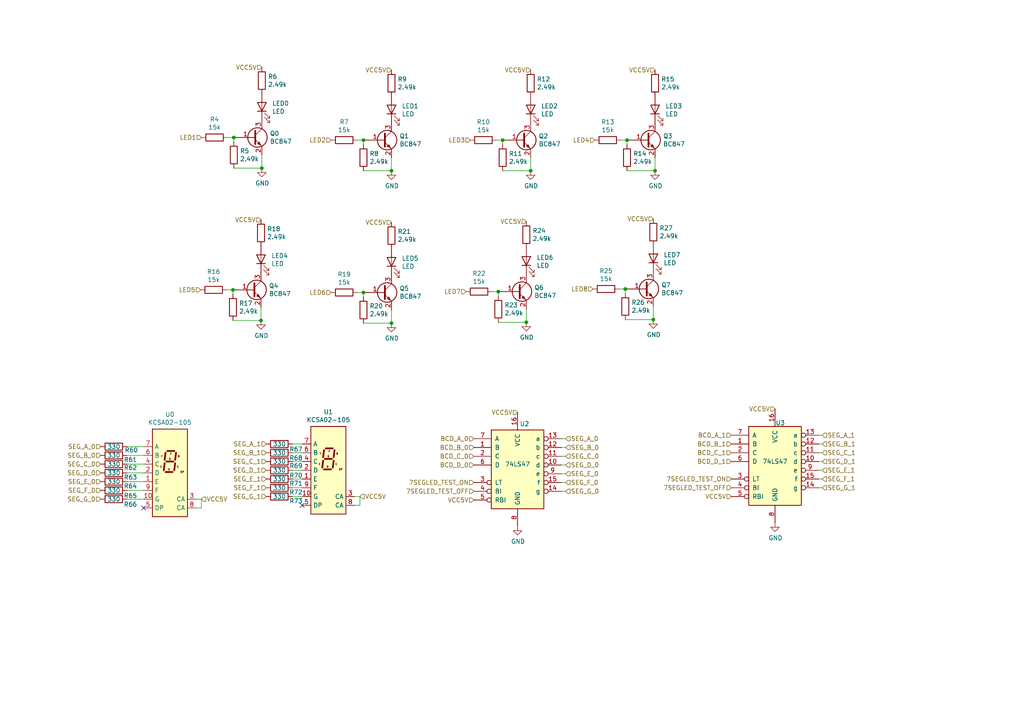
<source format=kicad_sch>
(kicad_sch (version 20211123) (generator eeschema)
  (paper "A4")
  (lib_symbols
    (symbol "74xx:74LS47" (pin_names (offset 1.016))
      (property "Reference" "U" (at -7.62 11.43 0))
      (property "Value" "74LS47" (at -7.62 -13.97 0))
      (symbol "74LS47_1_0"
        (pin input line (at -12.7 5.08 0) (length 5.08) (name "B") (number "1"))
        (pin open_collector inverted (at 12.7 0 180) (length 5.08) (name "d") (number "10"))
        (pin open_collector inverted (at 12.7 2.54 180) (length 5.08) (name "c") (number "11"))
        (pin open_collector inverted (at 12.7 5.08 180) (length 5.08) (name "b") (number "12"))
        (pin open_collector inverted (at 12.7 7.62 180) (length 5.08) (name "a") (number "13"))
        (pin open_collector inverted (at 12.7 -7.62 180) (length 5.08) (name "g") (number "14"))
        (pin open_collector inverted (at 12.7 -5.08 180) (length 5.08) (name "f") (number "15"))
        (pin power_in line (at 0 15.24 270) (length 5.08) (name "VCC") (number "16"))
        (pin input line (at -12.7 2.54 0) (length 5.08) (name "C") (number "2"))
        (pin input inverted (at -12.7 -5.08 0) (length 5.08) (name "LT") (number "3"))
        (pin input inverted (at -12.7 -7.62 0) (length 5.08) (name "BI") (number "4"))
        (pin input inverted (at -12.7 -10.16 0) (length 5.08) (name "RBI") (number "5"))
        (pin input line (at -12.7 0 0) (length 5.08) (name "D") (number "6"))
        (pin input line (at -12.7 7.62 0) (length 5.08) (name "A") (number "7"))
        (pin power_in line (at 0 -17.78 90) (length 5.08) (name "GND") (number "8"))
        (pin open_collector inverted (at 12.7 -2.54 180) (length 5.08) (name "e") (number "9"))
      )
      (symbol "74LS47_1_1"
        (rectangle (start -7.62 10.16) (end 7.62 -12.7) (stroke (width 0.254)) (fill (type background)))
      )
    )
    (symbol "Device:LED" (pin_numbers hide) (pin_names (offset 1.016) hide)
      (property "Reference" "D" (at 0 2.54 0))
      (property "Value" "LED" (at 0 -2.54 0))
      (symbol "LED_0_1"
        (polyline (pts (xy -1.27 -1.27) (xy -1.27 1.27)) (stroke (width 0.254)))
        (polyline (pts (xy -1.27 0) (xy 1.27 0)))
        (polyline (pts (xy 1.27 -1.27) (xy 1.27 1.27) (xy -1.27 0) (xy 1.27 -1.27)) (stroke (width 0.254)))
        (polyline (pts (xy -3.048 -0.762) (xy -4.572 -2.286) (xy -3.81 -2.286) (xy -4.572 -2.286) (xy -4.572 -1.524)))
        (polyline (pts (xy -1.778 -0.762) (xy -3.302 -2.286) (xy -2.54 -2.286) (xy -3.302 -2.286) (xy -3.302 -1.524)))
      )
      (symbol "LED_1_1"
        (pin passive line (at -3.81 0 0) (length 2.54) (name "K") (number "1"))
        (pin passive line (at 3.81 0 180) (length 2.54) (name "A") (number "2"))
      )
    )
    (symbol "Device:R" (pin_numbers hide) (pin_names (offset 0))
      (property "Reference" "R" (at 2.032 0 90))
      (property "Value" "R" (at 0 0 90))
      (symbol "R_0_1"
        (rectangle (start -1.016 -2.54) (end 1.016 2.54) (stroke (width 0.254)))
      )
      (symbol "R_1_1"
        (pin passive line (at 0 3.81 270) (length 1.27) (name "~") (number "1"))
        (pin passive line (at 0 -3.81 90) (length 1.27) (name "~") (number "2"))
      )
    )
    (symbol "Display_Character:KCSA02-105" (pin_names (offset 0.635))
      (property "Reference" "U" (at -2.54 13.97 0))
      (property "Value" "KCSA02-105" (at 1.27 13.97 0))
      (symbol "KCSA02-105_0_0"
        (text "A" (at 0.254 5.588 0) (effects (font (size 0.508 0.508))))
        (text "B" (at 2.54 4.826 0) (effects (font (size 0.508 0.508))))
        (text "C" (at 2.286 1.778 0) (effects (font (size 0.508 0.508))))
        (text "D" (at -0.254 1.016 0) (effects (font (size 0.508 0.508))))
        (text "DP" (at 3.556 0.254 0) (effects (font (size 0.508 0.508))))
        (text "E" (at -2.54 1.778 0) (effects (font (size 0.508 0.508))))
        (text "F" (at -2.286 4.826 0) (effects (font (size 0.508 0.508))))
        (text "G" (at 0 4.064 0) (effects (font (size 0.508 0.508))))
      )
      (symbol "KCSA02-105_0_1"
        (rectangle (start -5.08 12.7) (end 5.08 -12.7) (stroke (width 0.254)) (fill (type background)))
        (polyline (pts (xy -1.524 2.794) (xy -1.778 0.762)) (stroke (width 0.508)))
        (polyline (pts (xy -1.27 0.254) (xy 0.762 0.254)) (stroke (width 0.508)))
        (polyline (pts (xy -1.27 5.842) (xy -1.524 3.81)) (stroke (width 0.508)))
        (polyline (pts (xy -1.016 3.302) (xy 1.016 3.302)) (stroke (width 0.508)))
        (polyline (pts (xy -0.762 6.35) (xy 1.27 6.35)) (stroke (width 0.508)))
        (polyline (pts (xy 1.524 2.794) (xy 1.27 0.762)) (stroke (width 0.508)))
        (polyline (pts (xy 1.778 5.842) (xy 1.524 3.81)) (stroke (width 0.508)))
        (polyline (pts (xy 2.54 0.254) (xy 2.54 0.254)) (stroke (width 0.508)))
      )
      (symbol "KCSA02-105_1_1"
        (pin input line (at -7.62 -2.54 0) (length 2.54) (name "E") (number "1"))
        (pin input line (at -7.62 -7.62 0) (length 2.54) (name "G") (number "10"))
        (pin input line (at -7.62 0 0) (length 2.54) (name "D") (number "2"))
        (pin input line (at 7.62 -7.62 180) (length 2.54) (name "CA") (number "3"))
        (pin input line (at -7.62 2.54 0) (length 2.54) (name "C") (number "4"))
        (pin input line (at -7.62 -10.16 0) (length 2.54) (name "DP") (number "5"))
        (pin input line (at -7.62 5.08 0) (length 2.54) (name "B") (number "6"))
        (pin input line (at -7.62 7.62 0) (length 2.54) (name "A") (number "7"))
        (pin input line (at 7.62 -10.16 180) (length 2.54) (name "CA") (number "8"))
        (pin input line (at -7.62 -5.08 0) (length 2.54) (name "F") (number "9"))
      )
    )
    (symbol "Transistor_BJT:BC847" (pin_names (offset 0) hide)
      (property "Reference" "Q" (at 5.08 1.905 0))
      (property "Value" "BC847" (at 5.08 0 0))
      (symbol "BC847_0_1"
        (polyline (pts (xy 0.635 0.635) (xy 2.54 2.54)))
        (polyline (pts (xy 0.635 -0.635) (xy 2.54 -2.54) (xy 2.54 -2.54)))
        (polyline (pts (xy 0.635 1.905) (xy 0.635 -1.905) (xy 0.635 -1.905)) (stroke (width 0.508)))
        (polyline (pts (xy 1.27 -1.778) (xy 1.778 -1.27) (xy 2.286 -2.286) (xy 1.27 -1.778) (xy 1.27 -1.778)) (fill (type outline)))
        (circle (center 1.27 0) (radius 2.8194) (stroke (width 0.254)))
      )
      (symbol "BC847_1_1"
        (pin input line (at -5.08 0 0) (length 5.715) (name "B") (number "1"))
        (pin passive line (at 2.54 -5.08 90) (length 2.54) (name "E") (number "2"))
        (pin passive line (at 2.54 5.08 270) (length 2.54) (name "C") (number "3"))
      )
    )
    (symbol "power:GND" (power) (pin_names (offset 0))
      (property "Value" "GND" (at 0 -3.81 0))
      (symbol "GND_0_1"
        (polyline (pts (xy 0 0) (xy 0 -1.27) (xy 1.27 -1.27) (xy 0 -2.54) (xy -1.27 -1.27) (xy 0 -1.27)))
      )
      (symbol "GND_1_1"
        (pin power_in line (at 0 0 270) (length 0) hide (name "GND") (number "1"))
      )
    )
  )
  (junction (at 67.818 39.878))
  (junction (at 181.356 83.82))
  (junction (at 113.538 49.53))
  (junction (at 67.564 84.074))
  (junction (at 189.992 49.53))
  (junction (at 105.41 84.836))
  (junction (at 144.526 84.582))
  (junction (at 75.946 48.768))
  (junction (at 75.692 92.964))
  (junction (at 153.924 49.53))
  (junction (at 105.41 40.64))
  (junction (at 113.538 93.726))
  (junction (at 189.484 92.71))
  (junction (at 145.796 40.64))
  (junction (at 152.654 93.472))
  (junction (at 181.864 40.64))
  (no_connect (at 87.63 146.558))
  (no_connect (at 41.656 147.32))
  (wire (pts (xy 164.084 142.494) (xy 162.814 142.494)))
  (wire (pts (xy 181.864 41.91) (xy 181.864 40.64)))
  (wire (pts (xy 180.086 40.64) (xy 181.864 40.64)))
  (wire (pts (xy 36.83 129.54) (xy 41.656 129.54)))
  (wire (pts (xy 67.564 92.964) (xy 75.692 92.964)))
  (wire (pts (xy 237.49 138.938) (xy 238.506 138.938)))
  (wire (pts (xy 65.786 84.074) (xy 67.564 84.074)))
  (wire (pts (xy 189.992 49.53) (xy 189.992 45.72)))
  (wire (pts (xy 84.836 136.398) (xy 87.63 136.398)))
  (wire (pts (xy 162.814 129.794) (xy 164.084 129.794)))
  (wire (pts (xy 181.864 40.64) (xy 182.372 40.64)))
  (wire (pts (xy 105.41 93.726) (xy 113.538 93.726)))
  (wire (pts (xy 75.946 48.768) (xy 75.946 44.958)))
  (wire (pts (xy 67.564 85.344) (xy 67.564 84.074)))
  (wire (pts (xy 36.83 144.78) (xy 41.656 144.78)))
  (wire (pts (xy 36.83 137.16) (xy 41.656 137.16)))
  (wire (pts (xy 142.748 84.582) (xy 144.526 84.582)))
  (wire (pts (xy 36.83 132.08) (xy 41.656 132.08)))
  (wire (pts (xy 102.87 144.018) (xy 104.394 144.018)))
  (wire (pts (xy 105.41 40.64) (xy 105.918 40.64)))
  (wire (pts (xy 84.836 131.318) (xy 87.63 131.318)))
  (wire (pts (xy 237.49 133.858) (xy 238.506 133.858)))
  (wire (pts (xy 237.49 126.238) (xy 238.506 126.238)))
  (wire (pts (xy 36.83 142.24) (xy 41.656 142.24)))
  (wire (pts (xy 67.818 41.148) (xy 67.818 39.878)))
  (wire (pts (xy 113.538 93.726) (xy 113.538 89.916)))
  (wire (pts (xy 145.796 41.91) (xy 145.796 40.64)))
  (wire (pts (xy 164.084 127.254) (xy 162.814 127.254)))
  (wire (pts (xy 105.41 86.106) (xy 105.41 84.836)))
  (wire (pts (xy 67.818 39.878) (xy 68.326 39.878)))
  (wire (pts (xy 75.692 92.964) (xy 75.692 89.154)))
  (wire (pts (xy 181.864 49.53) (xy 189.992 49.53)))
  (wire (pts (xy 84.836 133.858) (xy 87.63 133.858)))
  (wire (pts (xy 105.41 49.53) (xy 113.538 49.53)))
  (wire (pts (xy 84.836 141.478) (xy 87.63 141.478)))
  (wire (pts (xy 237.49 131.318) (xy 238.506 131.318)))
  (wire (pts (xy 103.632 40.64) (xy 105.41 40.64)))
  (wire (pts (xy 144.526 93.472) (xy 152.654 93.472)))
  (wire (pts (xy 152.654 93.472) (xy 152.654 89.662)))
  (wire (pts (xy 105.41 84.836) (xy 105.918 84.836)))
  (wire (pts (xy 36.83 134.62) (xy 41.656 134.62)))
  (wire (pts (xy 164.084 134.874) (xy 162.814 134.874)))
  (wire (pts (xy 153.924 49.53) (xy 153.924 45.72)))
  (wire (pts (xy 144.018 40.64) (xy 145.796 40.64)))
  (wire (pts (xy 237.49 128.778) (xy 238.506 128.778)))
  (wire (pts (xy 84.836 128.778) (xy 87.63 128.778)))
  (wire (pts (xy 179.578 83.82) (xy 181.356 83.82)))
  (wire (pts (xy 145.796 49.53) (xy 153.924 49.53)))
  (wire (pts (xy 145.796 40.64) (xy 146.304 40.64)))
  (wire (pts (xy 66.04 39.878) (xy 67.818 39.878)))
  (wire (pts (xy 56.896 144.78) (xy 58.42 144.78)))
  (wire (pts (xy 181.356 85.09) (xy 181.356 83.82)))
  (wire (pts (xy 103.632 84.836) (xy 105.41 84.836)))
  (wire (pts (xy 102.87 146.558) (xy 104.394 146.558)))
  (wire (pts (xy 237.49 136.398) (xy 238.506 136.398)))
  (wire (pts (xy 67.564 84.074) (xy 68.072 84.074)))
  (wire (pts (xy 164.084 139.954) (xy 162.814 139.954)))
  (wire (pts (xy 164.084 132.334) (xy 162.814 132.334)))
  (wire (pts (xy 67.818 48.768) (xy 75.946 48.768)))
  (wire (pts (xy 84.836 144.018) (xy 87.63 144.018)))
  (wire (pts (xy 162.814 137.414) (xy 164.084 137.414)))
  (wire (pts (xy 113.538 49.53) (xy 113.538 45.72)))
  (wire (pts (xy 237.49 141.478) (xy 238.506 141.478)))
  (wire (pts (xy 58.42 144.78) (xy 58.42 147.32)))
  (wire (pts (xy 56.896 147.32) (xy 58.42 147.32)))
  (wire (pts (xy 144.526 84.582) (xy 145.034 84.582)))
  (wire (pts (xy 105.41 41.91) (xy 105.41 40.64)))
  (wire (pts (xy 84.836 138.938) (xy 87.63 138.938)))
  (wire (pts (xy 181.356 92.71) (xy 189.484 92.71)))
  (wire (pts (xy 104.394 144.018) (xy 104.394 146.558)))
  (wire (pts (xy 36.83 139.7) (xy 41.656 139.7)))
  (wire (pts (xy 144.526 85.852) (xy 144.526 84.582)))
  (wire (pts (xy 181.356 83.82) (xy 181.864 83.82)))
  (wire (pts (xy 189.484 92.71) (xy 189.484 88.9)))
  (hierarchical_label "BCD_B_1" (shape input) (at 212.09 128.778 180))
  (hierarchical_label "SEG_B_1" (shape input) (at 77.216 131.318 180))
  (hierarchical_label "SEG_E_0" (shape input) (at 164.084 137.414 0))
  (hierarchical_label "SEG_E_1" (shape input) (at 238.506 136.398 0))
  (hierarchical_label "BCD_D_1" (shape input) (at 212.09 133.858 180))
  (hierarchical_label "VCC5V" (shape input) (at 137.414 145.034 180))
  (hierarchical_label "VCC5V" (shape input) (at 152.654 64.262 180))
  (hierarchical_label "BCD_C_1" (shape input) (at 212.09 131.318 180))
  (hierarchical_label "SEG_F_1" (shape input) (at 77.216 141.478 180))
  (hierarchical_label "BCD_B_0" (shape input) (at 137.414 129.794 180))
  (hierarchical_label "SEG_C_1" (shape input) (at 238.506 131.318 0))
  (hierarchical_label "VCC5V" (shape input) (at 150.114 119.634 180))
  (hierarchical_label "VCC5V" (shape input) (at 113.538 64.516 180))
  (hierarchical_label "VCC5V" (shape input) (at 75.946 19.558 180))
  (hierarchical_label "7SEGLED_TEST_ON" (shape input) (at 212.09 138.938 180))
  (hierarchical_label "SEG_F_0" (shape input) (at 164.084 139.954 0))
  (hierarchical_label "7SEGLED_TEST_ON" (shape input) (at 137.414 139.954 180))
  (hierarchical_label "VCC5V" (shape input) (at 153.924 20.32 180))
  (hierarchical_label "SEG_B_1" (shape input) (at 238.506 128.778 0))
  (hierarchical_label "LED5" (shape input) (at 58.166 84.074 180))
  (hierarchical_label "VCC5V" (shape input) (at 224.79 118.618 180))
  (hierarchical_label "LED6" (shape input) (at 96.012 84.836 180))
  (hierarchical_label "VCC5V" (shape input) (at 104.394 144.018 0))
  (hierarchical_label "BCD_D_0" (shape input) (at 137.414 134.874 180))
  (hierarchical_label "BCD_C_0" (shape input) (at 137.414 132.334 180))
  (hierarchical_label "SEG_A_1" (shape input) (at 77.216 128.778 180))
  (hierarchical_label "SEG_D_1" (shape input) (at 77.216 136.398 180))
  (hierarchical_label "LED1" (shape input) (at 58.42 39.878 180))
  (hierarchical_label "VCC5V" (shape input) (at 75.692 63.754 180))
  (hierarchical_label "SEG_D_0" (shape input) (at 164.084 134.874 0))
  (hierarchical_label "VCC5V" (shape input) (at 212.09 144.018 180))
  (hierarchical_label "SEG_E_1" (shape input) (at 77.216 138.938 180))
  (hierarchical_label "VCC5V" (shape input) (at 113.538 20.32 180))
  (hierarchical_label "SEG_A_0" (shape input) (at 164.084 127.254 0))
  (hierarchical_label "SEG_D_0" (shape input) (at 29.21 137.16 180))
  (hierarchical_label "SEG_B_0" (shape input) (at 164.084 129.794 0))
  (hierarchical_label "SEG_B_0" (shape input) (at 29.21 132.08 180))
  (hierarchical_label "SEG_G_0" (shape input) (at 29.21 144.78 180))
  (hierarchical_label "SEG_F_1" (shape input) (at 238.506 138.938 0))
  (hierarchical_label "SEG_A_0" (shape input) (at 29.21 129.54 180))
  (hierarchical_label "VCC5V" (shape input) (at 58.42 144.78 0))
  (hierarchical_label "SEG_G_1" (shape input) (at 238.506 141.478 0))
  (hierarchical_label "LED4" (shape input) (at 172.466 40.64 180))
  (hierarchical_label "VCC5V" (shape input) (at 189.992 20.32 180))
  (hierarchical_label "LED3" (shape input) (at 136.398 40.64 180))
  (hierarchical_label "SEG_D_1" (shape input) (at 238.506 133.858 0))
  (hierarchical_label "7SEGLED_TEST_OFF" (shape input) (at 137.414 142.494 180))
  (hierarchical_label "LED2" (shape input) (at 96.012 40.64 180))
  (hierarchical_label "SEG_G_1" (shape input) (at 77.216 144.018 180))
  (hierarchical_label "BCD_A_1" (shape input) (at 212.09 126.238 180))
  (hierarchical_label "SEG_E_0" (shape input) (at 29.21 139.7 180))
  (hierarchical_label "SEG_G_0" (shape input) (at 164.084 142.494 0))
  (hierarchical_label "SEG_C_1" (shape input) (at 77.216 133.858 180))
  (hierarchical_label "SEG_C_0" (shape input) (at 29.21 134.62 180))
  (hierarchical_label "LED8" (shape input) (at 171.958 83.82 180))
  (hierarchical_label "SEG_F_0" (shape input) (at 29.21 142.24 180))
  (hierarchical_label "LED7" (shape input) (at 135.128 84.582 180))
  (hierarchical_label "7SEGLED_TEST_OFF" (shape input) (at 212.09 141.478 180))
  (hierarchical_label "SEG_C_0" (shape input) (at 164.084 132.334 0))
  (hierarchical_label "VCC5V" (shape input) (at 189.484 63.5 180))
  (hierarchical_label "BCD_A_0" (shape input) (at 137.414 127.254 180))
  (hierarchical_label "SEG_A_1" (shape input) (at 238.506 126.238 0))
  (symbol (lib_id "power:GND") (at 150.114 152.654 0) (unit 1)
    (property "Reference" "#PWR0139" (effects hide))
    (property "Value" "GND" (at 150.241 157.0482 0))
  )
  (symbol (lib_id "power:GND") (at 224.79 151.638 0) (unit 1)
    (property "Reference" "#PWR0140" (effects hide))
    (property "Value" "GND" (at 224.917 156.0322 0))
  )
  (symbol (lib_id "Transistor_BJT:BC847") (at 73.406 39.878 0) (unit 1)
    (property "Reference" "Q0" (at 78.2574 38.7096 0) (effects (justify left)))
    (property "Value" "BC847" (at 78.2574 41.021 0) (effects (justify left)))
    (property "Footprint" "digitalSystemBoard:SO65P210X100-3N" (effects hide))
    (property "Datasheet" "http://www.infineon.com/dgdl/Infineon-BC847SERIES_BC848SERIES_BC849SERIES_BC850SERIES-DS-v01_01-en.pdf?fileId=db3a304314dca389011541d4630a1657" (effects hide))
    (property "LCSC" "C8659" (effects hide))
  )
  (symbol (lib_id "Device:LED") (at 75.946 30.988 90) (unit 1)
    (property "Reference" "LED0" (at 78.9432 29.9974 90) (effects (justify right)))
    (property "Value" "LED" (at 78.9432 32.3088 90) (effects (justify right)))
    (property "Footprint" "digitalSystemBoard:LED_3528" (effects hide))
    (property "LCSC" "C73545" (effects hide))
  )
  (symbol (lib_id "Device:R") (at 75.946 23.368 0) (unit 1)
    (property "Reference" "R6" (at 77.724 22.1996 0) (effects (justify left)))
    (property "Value" "2.49k" (at 77.724 24.511 0) (effects (justify left)))
    (property "Footprint" "Resistor_SMD:R_0603_1608Metric" (effects hide))
    (property "LCSC" "C22908" (effects hide))
  )
  (symbol (lib_id "Device:R") (at 62.23 39.878 270) (unit 1)
    (property "Reference" "R4" (at 62.23 34.6202 90))
    (property "Value" "15k" (at 62.23 36.9316 90))
    (property "Footprint" "Resistor_SMD:R_0603_1608Metric" (effects hide))
    (property "LCSC" "C100780" (effects hide))
  )
  (symbol (lib_id "Device:R") (at 67.818 44.958 180) (unit 1)
    (property "Reference" "R5" (at 69.596 43.7896 0) (effects (justify right)))
    (property "Value" "2.49k" (at 69.596 46.101 0) (effects (justify right)))
    (property "Footprint" "Resistor_SMD:R_0603_1608Metric" (effects hide))
    (property "LCSC" "C22908" (effects hide))
  )
  (symbol (lib_id "power:GND") (at 75.946 48.768 0) (unit 1)
    (property "Reference" "#PWR0130" (effects hide))
    (property "Value" "GND" (at 76.073 53.1622 0))
  )
  (symbol (lib_id "Display_Character:KCSA02-105") (at 49.276 137.16 0) (unit 1)
    (property "Reference" "U0" (at 49.276 120.2182 0))
    (property "Value" "KCSA02-105" (at 49.276 122.5296 0))
    (property "Footprint" "Display_7Segment:7SegmentLED_LTS6760_LTS6780" (effects hide))
    (property "Datasheet" "http://www.kingbright.com/attachments/file/psearch/000/00/00/KCSA02-105(Ver.10A).pdf" (effects hide))
  )
  (symbol (lib_id "74xx:74LS47") (at 224.79 133.858 0) (unit 1)
    (property "Reference" "U3" (at 226.314 122.682 0))
    (property "Value" "74LS47" (at 224.79 133.858 0))
    (property "Footprint" "digitalSystemBoard:DIP_16_PIN_SOCKET" (effects hide))
    (property "Datasheet" "http://www.ti.com/lit/gpn/sn74LS47" (effects hide))
  )
  (symbol (lib_id "74xx:74LS47") (at 150.114 134.874 0) (unit 1)
    (property "Reference" "U2" (at 152.146 122.936 0))
    (property "Value" "74LS47" (at 150.114 134.62 0))
    (property "Footprint" "digitalSystemBoard:DIP_16_PIN_SOCKET" (effects hide))
    (property "Datasheet" "http://www.ti.com/lit/gpn/sn74LS47" (effects hide))
  )
  (symbol (lib_id "Display_Character:KCSA02-105") (at 95.25 136.398 0) (unit 1)
    (property "Reference" "U1" (at 95.25 119.4562 0))
    (property "Value" "KCSA02-105" (at 95.25 121.7676 0))
    (property "Footprint" "Display_7Segment:7SegmentLED_LTS6760_LTS6780" (effects hide))
    (property "Datasheet" "http://www.kingbright.com/attachments/file/psearch/000/00/00/KCSA02-105(Ver.10A).pdf" (effects hide))
  )
  (symbol (lib_id "Device:R") (at 113.538 24.13 0) (unit 1)
    (property "Reference" "R9" (at 115.316 22.9616 0) (effects (justify left)))
    (property "Value" "2.49k" (at 115.316 25.273 0) (effects (justify left)))
    (property "Footprint" "Resistor_SMD:R_0603_1608Metric" (effects hide))
    (property "LCSC" "C22908" (effects hide))
  )
  (symbol (lib_id "power:GND") (at 113.538 49.53 0) (unit 1)
    (property "Reference" "#PWR0103" (effects hide))
    (property "Value" "GND" (at 113.665 53.9242 0))
  )
  (symbol (lib_id "Device:LED") (at 113.538 31.75 90) (unit 1)
    (property "Reference" "LED1" (at 116.5352 30.7594 90) (effects (justify right)))
    (property "Value" "LED" (at 116.5352 33.0708 90) (effects (justify right)))
    (property "Footprint" "digitalSystemBoard:LED_3528" (effects hide))
    (property "LCSC" "C73545" (effects hide))
  )
  (symbol (lib_id "Device:R") (at 105.41 45.72 180) (unit 1)
    (property "Reference" "R8" (at 107.188 44.5516 0) (effects (justify right)))
    (property "Value" "2.49k" (at 107.188 46.863 0) (effects (justify right)))
    (property "Footprint" "Resistor_SMD:R_0603_1608Metric" (effects hide))
    (property "LCSC" "C22908" (effects hide))
  )
  (symbol (lib_id "Device:R") (at 99.822 40.64 270) (unit 1)
    (property "Reference" "R7" (at 99.822 35.3822 90))
    (property "Value" "15k" (at 99.822 37.6936 90))
    (property "Footprint" "Resistor_SMD:R_0603_1608Metric" (effects hide))
    (property "LCSC" "C100780" (effects hide))
  )
  (symbol (lib_id "Transistor_BJT:BC847") (at 110.998 40.64 0) (unit 1)
    (property "Reference" "Q1" (at 115.8494 39.4716 0) (effects (justify left)))
    (property "Value" "BC847" (at 115.8494 41.783 0) (effects (justify left)))
    (property "Footprint" "digitalSystemBoard:SO65P210X100-3N" (effects hide))
    (property "Datasheet" "http://www.infineon.com/dgdl/Infineon-BC847SERIES_BC848SERIES_BC849SERIES_BC850SERIES-DS-v01_01-en.pdf?fileId=db3a304314dca389011541d4630a1657" (effects hide))
    (property "LCSC" "C8659" (effects hide))
  )
  (symbol (lib_id "Device:R") (at 153.924 24.13 0) (unit 1)
    (property "Reference" "R12" (at 155.702 22.9616 0) (effects (justify left)))
    (property "Value" "2.49k" (at 155.702 25.273 0) (effects (justify left)))
    (property "Footprint" "Resistor_SMD:R_0603_1608Metric" (effects hide))
    (property "LCSC" "C22908" (effects hide))
  )
  (symbol (lib_id "power:GND") (at 153.924 49.53 0) (unit 1)
    (property "Reference" "#PWR0126" (effects hide))
    (property "Value" "GND" (at 154.051 53.9242 0))
  )
  (symbol (lib_id "Device:LED") (at 153.924 31.75 90) (unit 1)
    (property "Reference" "LED2" (at 156.9212 30.7594 90) (effects (justify right)))
    (property "Value" "LED" (at 156.9212 33.0708 90) (effects (justify right)))
    (property "Footprint" "digitalSystemBoard:LED_3528" (effects hide))
    (property "LCSC" "C73545" (effects hide))
  )
  (symbol (lib_id "Device:R") (at 145.796 45.72 180) (unit 1)
    (property "Reference" "R11" (at 147.574 44.5516 0) (effects (justify right)))
    (property "Value" "2.49k" (at 147.574 46.863 0) (effects (justify right)))
    (property "Footprint" "Resistor_SMD:R_0603_1608Metric" (effects hide))
    (property "LCSC" "C22908" (effects hide))
  )
  (symbol (lib_id "Device:R") (at 140.208 40.64 270) (unit 1)
    (property "Reference" "R10" (at 140.208 35.3822 90))
    (property "Value" "15k" (at 140.208 37.6936 90))
    (property "Footprint" "Resistor_SMD:R_0603_1608Metric" (effects hide))
    (property "LCSC" "C100780" (effects hide))
  )
  (symbol (lib_id "Transistor_BJT:BC847") (at 151.384 40.64 0) (unit 1)
    (property "Reference" "Q2" (at 156.2354 39.4716 0) (effects (justify left)))
    (property "Value" "BC847" (at 156.2354 41.783 0) (effects (justify left)))
    (property "Footprint" "digitalSystemBoard:SO65P210X100-3N" (effects hide))
    (property "Datasheet" "http://www.infineon.com/dgdl/Infineon-BC847SERIES_BC848SERIES_BC849SERIES_BC850SERIES-DS-v01_01-en.pdf?fileId=db3a304314dca389011541d4630a1657" (effects hide))
    (property "LCSC" "C8659" (effects hide))
  )
  (symbol (lib_id "Device:R") (at 189.992 24.13 0) (unit 1)
    (property "Reference" "R15" (at 191.77 22.9616 0) (effects (justify left)))
    (property "Value" "2.49k" (at 191.77 25.273 0) (effects (justify left)))
    (property "Footprint" "Resistor_SMD:R_0603_1608Metric" (effects hide))
    (property "LCSC" "C22908" (effects hide))
  )
  (symbol (lib_id "power:GND") (at 189.992 49.53 0) (unit 1)
    (property "Reference" "#PWR0131" (effects hide))
    (property "Value" "GND" (at 190.119 53.9242 0))
  )
  (symbol (lib_id "Device:LED") (at 189.992 31.75 90) (unit 1)
    (property "Reference" "LED3" (at 192.9892 30.7594 90) (effects (justify right)))
    (property "Value" "LED" (at 192.9892 33.0708 90) (effects (justify right)))
    (property "Footprint" "digitalSystemBoard:LED_3528" (effects hide))
    (property "LCSC" "C73545" (effects hide))
  )
  (symbol (lib_id "Device:R") (at 181.864 45.72 180) (unit 1)
    (property "Reference" "R14" (at 183.642 44.5516 0) (effects (justify right)))
    (property "Value" "2.49k" (at 183.642 46.863 0) (effects (justify right)))
    (property "Footprint" "Resistor_SMD:R_0603_1608Metric" (effects hide))
    (property "LCSC" "C22908" (effects hide))
  )
  (symbol (lib_id "Device:R") (at 176.276 40.64 270) (unit 1)
    (property "Reference" "R13" (at 176.276 35.3822 90))
    (property "Value" "15k" (at 176.276 37.6936 90))
    (property "Footprint" "Resistor_SMD:R_0603_1608Metric" (effects hide))
    (property "LCSC" "C100780" (effects hide))
  )
  (symbol (lib_id "Transistor_BJT:BC847") (at 187.452 40.64 0) (unit 1)
    (property "Reference" "Q3" (at 192.3034 39.4716 0) (effects (justify left)))
    (property "Value" "BC847" (at 192.3034 41.783 0) (effects (justify left)))
    (property "Footprint" "digitalSystemBoard:SO65P210X100-3N" (effects hide))
    (property "Datasheet" "http://www.infineon.com/dgdl/Infineon-BC847SERIES_BC848SERIES_BC849SERIES_BC850SERIES-DS-v01_01-en.pdf?fileId=db3a304314dca389011541d4630a1657" (effects hide))
    (property "LCSC" "C8659" (effects hide))
  )
  (symbol (lib_id "Device:R") (at 75.692 67.564 0) (unit 1)
    (property "Reference" "R18" (at 77.47 66.3956 0) (effects (justify left)))
    (property "Value" "2.49k" (at 77.47 68.707 0) (effects (justify left)))
    (property "Footprint" "Resistor_SMD:R_0603_1608Metric" (effects hide))
    (property "LCSC" "C22908" (effects hide))
  )
  (symbol (lib_id "power:GND") (at 75.692 92.964 0) (unit 1)
    (property "Reference" "#PWR0132" (effects hide))
    (property "Value" "GND" (at 75.819 97.3582 0))
  )
  (symbol (lib_id "Device:LED") (at 75.692 75.184 90) (unit 1)
    (property "Reference" "LED4" (at 78.6892 74.1934 90) (effects (justify right)))
    (property "Value" "LED" (at 78.6892 76.5048 90) (effects (justify right)))
    (property "Footprint" "digitalSystemBoard:LED_3528" (effects hide))
    (property "LCSC" "C73545" (effects hide))
  )
  (symbol (lib_id "Device:R") (at 67.564 89.154 180) (unit 1)
    (property "Reference" "R17" (at 69.342 87.9856 0) (effects (justify right)))
    (property "Value" "2.49k" (at 69.342 90.297 0) (effects (justify right)))
    (property "Footprint" "Resistor_SMD:R_0603_1608Metric" (effects hide))
    (property "LCSC" "C22908" (effects hide))
  )
  (symbol (lib_id "Device:R") (at 61.976 84.074 270) (unit 1)
    (property "Reference" "R16" (at 61.976 78.8162 90))
    (property "Value" "15k" (at 61.976 81.1276 90))
    (property "Footprint" "Resistor_SMD:R_0603_1608Metric" (effects hide))
    (property "LCSC" "C100780" (effects hide))
  )
  (symbol (lib_id "Transistor_BJT:BC847") (at 73.152 84.074 0) (unit 1)
    (property "Reference" "Q4" (at 78.0034 82.9056 0) (effects (justify left)))
    (property "Value" "BC847" (at 78.0034 85.217 0) (effects (justify left)))
    (property "Footprint" "digitalSystemBoard:SO65P210X100-3N" (effects hide))
    (property "Datasheet" "http://www.infineon.com/dgdl/Infineon-BC847SERIES_BC848SERIES_BC849SERIES_BC850SERIES-DS-v01_01-en.pdf?fileId=db3a304314dca389011541d4630a1657" (effects hide))
    (property "LCSC" "C8659" (effects hide))
  )
  (symbol (lib_id "Device:R") (at 113.538 68.326 0) (unit 1)
    (property "Reference" "R21" (at 115.316 67.1576 0) (effects (justify left)))
    (property "Value" "2.49k" (at 115.316 69.469 0) (effects (justify left)))
    (property "Footprint" "Resistor_SMD:R_0603_1608Metric" (effects hide))
    (property "LCSC" "C22908" (effects hide))
  )
  (symbol (lib_id "power:GND") (at 113.538 93.726 0) (unit 1)
    (property "Reference" "#PWR0133" (effects hide))
    (property "Value" "GND" (at 113.665 98.1202 0))
  )
  (symbol (lib_id "Device:LED") (at 113.538 75.946 90) (unit 1)
    (property "Reference" "LED5" (at 116.5352 74.9554 90) (effects (justify right)))
    (property "Value" "LED" (at 116.5352 77.2668 90) (effects (justify right)))
    (property "Footprint" "digitalSystemBoard:LED_3528" (effects hide))
    (property "LCSC" "C73545" (effects hide))
  )
  (symbol (lib_id "Device:R") (at 105.41 89.916 180) (unit 1)
    (property "Reference" "R20" (at 107.188 88.7476 0) (effects (justify right)))
    (property "Value" "2.49k" (at 107.188 91.059 0) (effects (justify right)))
    (property "Footprint" "Resistor_SMD:R_0603_1608Metric" (effects hide))
    (property "LCSC" "C22908" (effects hide))
  )
  (symbol (lib_id "Device:R") (at 99.822 84.836 270) (unit 1)
    (property "Reference" "R19" (at 99.822 79.5782 90))
    (property "Value" "15k" (at 99.822 81.8896 90))
    (property "Footprint" "Resistor_SMD:R_0603_1608Metric" (effects hide))
    (property "LCSC" "C100780" (effects hide))
  )
  (symbol (lib_id "Transistor_BJT:BC847") (at 110.998 84.836 0) (unit 1)
    (property "Reference" "Q5" (at 115.8494 83.6676 0) (effects (justify left)))
    (property "Value" "BC847" (at 115.8494 85.979 0) (effects (justify left)))
    (property "Footprint" "digitalSystemBoard:SO65P210X100-3N" (effects hide))
    (property "Datasheet" "http://www.infineon.com/dgdl/Infineon-BC847SERIES_BC848SERIES_BC849SERIES_BC850SERIES-DS-v01_01-en.pdf?fileId=db3a304314dca389011541d4630a1657" (effects hide))
    (property "LCSC" "C8659" (effects hide))
  )
  (symbol (lib_id "Device:R") (at 152.654 68.072 0) (unit 1)
    (property "Reference" "R24" (at 154.432 66.9036 0) (effects (justify left)))
    (property "Value" "2.49k" (at 154.432 69.215 0) (effects (justify left)))
    (property "Footprint" "Resistor_SMD:R_0603_1608Metric" (effects hide))
    (property "LCSC" "C22908" (effects hide))
  )
  (symbol (lib_id "power:GND") (at 152.654 93.472 0) (unit 1)
    (property "Reference" "#PWR0134" (effects hide))
    (property "Value" "GND" (at 152.781 97.8662 0))
  )
  (symbol (lib_id "Device:LED") (at 152.654 75.692 90) (unit 1)
    (property "Reference" "LED6" (at 155.6512 74.7014 90) (effects (justify right)))
    (property "Value" "LED" (at 155.6512 77.0128 90) (effects (justify right)))
    (property "Footprint" "digitalSystemBoard:LED_3528" (effects hide))
    (property "LCSC" "C73545" (effects hide))
  )
  (symbol (lib_id "Device:R") (at 144.526 89.662 180) (unit 1)
    (property "Reference" "R23" (at 146.304 88.4936 0) (effects (justify right)))
    (property "Value" "2.49k" (at 146.304 90.805 0) (effects (justify right)))
    (property "Footprint" "Resistor_SMD:R_0603_1608Metric" (effects hide))
    (property "LCSC" "C22908" (effects hide))
  )
  (symbol (lib_id "Device:R") (at 138.938 84.582 270) (unit 1)
    (property "Reference" "R22" (at 138.938 79.3242 90))
    (property "Value" "15k" (at 138.938 81.6356 90))
    (property "Footprint" "Resistor_SMD:R_0603_1608Metric" (effects hide))
    (property "LCSC" "C100780" (effects hide))
  )
  (symbol (lib_id "Transistor_BJT:BC847") (at 150.114 84.582 0) (unit 1)
    (property "Reference" "Q6" (at 154.9654 83.4136 0) (effects (justify left)))
    (property "Value" "BC847" (at 154.9654 85.725 0) (effects (justify left)))
    (property "Footprint" "digitalSystemBoard:SO65P210X100-3N" (effects hide))
    (property "Datasheet" "http://www.infineon.com/dgdl/Infineon-BC847SERIES_BC848SERIES_BC849SERIES_BC850SERIES-DS-v01_01-en.pdf?fileId=db3a304314dca389011541d4630a1657" (effects hide))
    (property "LCSC" "C8659" (effects hide))
  )
  (symbol (lib_id "Device:R") (at 189.484 67.31 0) (unit 1)
    (property "Reference" "R27" (at 191.262 66.1416 0) (effects (justify left)))
    (property "Value" "2.49k" (at 191.262 68.453 0) (effects (justify left)))
    (property "Footprint" "Resistor_SMD:R_0603_1608Metric" (effects hide))
    (property "LCSC" "C22908" (effects hide))
  )
  (symbol (lib_id "power:GND") (at 189.484 92.71 0) (unit 1)
    (property "Reference" "#PWR0135" (effects hide))
    (property "Value" "GND" (at 189.611 97.1042 0))
  )
  (symbol (lib_id "Device:LED") (at 189.484 74.93 90) (unit 1)
    (property "Reference" "LED7" (at 192.4812 73.9394 90) (effects (justify right)))
    (property "Value" "LED" (at 192.4812 76.2508 90) (effects (justify right)))
    (property "Footprint" "digitalSystemBoard:LED_3528" (effects hide))
    (property "LCSC" "C73545" (effects hide))
  )
  (symbol (lib_id "Device:R") (at 181.356 88.9 180) (unit 1)
    (property "Reference" "R26" (at 183.134 87.7316 0) (effects (justify right)))
    (property "Value" "2.49k" (at 183.134 90.043 0) (effects (justify right)))
    (property "Footprint" "Resistor_SMD:R_0603_1608Metric" (effects hide))
    (property "LCSC" "C22908" (effects hide))
  )
  (symbol (lib_id "Device:R") (at 175.768 83.82 270) (unit 1)
    (property "Reference" "R25" (at 175.768 78.5622 90))
    (property "Value" "15k" (at 175.768 80.8736 90))
    (property "Footprint" "Resistor_SMD:R_0603_1608Metric" (effects hide))
    (property "LCSC" "C100780" (effects hide))
  )
  (symbol (lib_id "Transistor_BJT:BC847") (at 186.944 83.82 0) (unit 1)
    (property "Reference" "Q7" (at 191.7954 82.6516 0) (effects (justify left)))
    (property "Value" "BC847" (at 191.7954 84.963 0) (effects (justify left)))
    (property "Footprint" "digitalSystemBoard:SO65P210X100-3N" (effects hide))
    (property "Datasheet" "http://www.infineon.com/dgdl/Infineon-BC847SERIES_BC848SERIES_BC849SERIES_BC850SERIES-DS-v01_01-en.pdf?fileId=db3a304314dca389011541d4630a1657" (effects hide))
    (property "LCSC" "C8659" (effects hide))
  )
  (symbol (lib_id "Device:R") (at 33.02 129.54 270) (unit 1)
    (property "Reference" "R60" (at 38.1 130.556 90))
    (property "Value" "330" (at 33.02 129.54 90))
    (property "Footprint" "Resistor_SMD:R_0603_1608Metric" (effects hide))
    (property "LCSC" "C23138" (effects hide))
  )
  (symbol (lib_id "Device:R") (at 33.02 132.08 270) (unit 1)
    (property "Reference" "R61" (at 37.846 133.35 90))
    (property "Value" "330" (at 33.02 132.08 90))
    (property "Footprint" "Resistor_SMD:R_0603_1608Metric" (effects hide))
    (property "LCSC" "C23138" (effects hide))
  )
  (symbol (lib_id "Device:R") (at 33.02 134.62 270) (unit 1)
    (property "Reference" "R62" (at 37.846 135.636 90))
    (property "Value" "330" (at 33.02 134.62 90))
    (property "Footprint" "Resistor_SMD:R_0603_1608Metric" (effects hide))
    (property "LCSC" "C23138" (effects hide))
  )
  (symbol (lib_id "Device:R") (at 33.02 137.16 270) (unit 1)
    (property "Reference" "R63" (at 37.846 138.43 90))
    (property "Value" "330" (at 33.02 137.16 90))
    (property "Footprint" "Resistor_SMD:R_0603_1608Metric" (effects hide))
    (property "LCSC" "C23138" (effects hide))
  )
  (symbol (lib_id "Device:R") (at 33.02 139.7 270) (unit 1)
    (property "Reference" "R64" (at 37.846 140.97 90))
    (property "Value" "330" (at 33.02 139.7 90))
    (property "Footprint" "Resistor_SMD:R_0603_1608Metric" (effects hide))
    (property "LCSC" "C23138" (effects hide))
  )
  (symbol (lib_id "Device:R") (at 33.02 142.24 270) (unit 1)
    (property "Reference" "R65" (at 37.846 143.764 90))
    (property "Value" "330" (at 33.02 142.24 90))
    (property "Footprint" "Resistor_SMD:R_0603_1608Metric" (effects hide))
    (property "LCSC" "C23138" (effects hide))
  )
  (symbol (lib_id "Device:R") (at 33.02 144.78 270) (unit 1)
    (property "Reference" "R66" (at 37.846 146.304 90))
    (property "Value" "330" (at 33.02 144.78 90))
    (property "Footprint" "Resistor_SMD:R_0603_1608Metric" (effects hide))
    (property "LCSC" "C23138" (effects hide))
  )
  (symbol (lib_id "Device:R") (at 81.026 128.778 270) (unit 1)
    (property "Reference" "R67" (at 85.852 130.302 90))
    (property "Value" "330" (at 81.026 128.778 90))
    (property "Footprint" "Resistor_SMD:R_0603_1608Metric" (effects hide))
    (property "LCSC" "C23138" (effects hide))
  )
  (symbol (lib_id "Device:R") (at 81.026 131.318 270) (unit 1)
    (property "Reference" "R68" (at 85.852 132.842 90))
    (property "Value" "330" (at 81.026 131.318 90))
    (property "Footprint" "Resistor_SMD:R_0603_1608Metric" (effects hide))
    (property "LCSC" "C23138" (effects hide))
  )
  (symbol (lib_id "Device:R") (at 81.026 133.858 270) (unit 1)
    (property "Reference" "R69" (at 85.852 135.128 90))
    (property "Value" "330" (at 81.026 133.858 90))
    (property "Footprint" "Resistor_SMD:R_0603_1608Metric" (effects hide))
    (property "LCSC" "C23138" (effects hide))
  )
  (symbol (lib_id "Device:R") (at 81.026 136.398 270) (unit 1)
    (property "Reference" "R70" (at 85.852 137.922 90))
    (property "Value" "330" (at 81.026 136.398 90))
    (property "Footprint" "Resistor_SMD:R_0603_1608Metric" (effects hide))
    (property "LCSC" "C23138" (effects hide))
  )
  (symbol (lib_id "Device:R") (at 81.026 138.938 270) (unit 1)
    (property "Reference" "R71" (at 85.852 140.208 90))
    (property "Value" "330" (at 81.026 138.938 90))
    (property "Footprint" "Resistor_SMD:R_0603_1608Metric" (effects hide))
    (property "LCSC" "C23138" (effects hide))
  )
  (symbol (lib_id "Device:R") (at 81.026 141.478 270) (unit 1)
    (property "Reference" "R72" (at 85.852 142.748 90))
    (property "Value" "330" (at 81.026 141.478 90))
    (property "Footprint" "Resistor_SMD:R_0603_1608Metric" (effects hide))
    (property "LCSC" "C23138" (effects hide))
  )
  (symbol (lib_id "Device:R") (at 81.026 144.018 270) (unit 1)
    (property "Reference" "R73" (at 85.852 145.288 90))
    (property "Value" "330" (at 81.026 144.018 90))
    (property "Footprint" "Resistor_SMD:R_0603_1608Metric" (effects hide))
    (property "LCSC" "C23138" (effects hide))
  )
)
</source>
